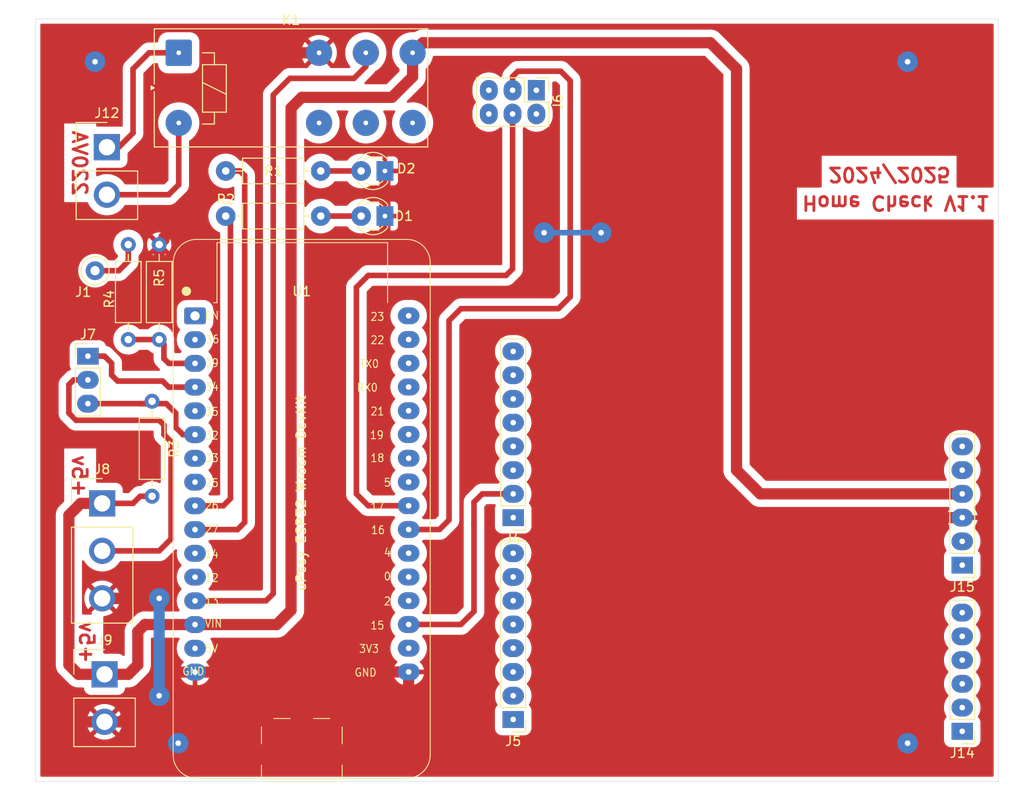
<source format=kicad_pcb>
(kicad_pcb (version 20241229) (generator "pcbnew") (generator_version "9.0")
  (title_block (title "Home Checker") (date "2024-12-28") (rev "0.1"))
  (layers (0 "F.Cu" signal) (2 "B.Cu" signal) (13 "F.Paste" user) (15 "B.Paste" user) (5 "F.SilkS" user "F.Silkscreen") (7 "B.SilkS" user "B.Silkscreen") (1 "F.Mask" user) (3 "B.Mask" user) (25 "Edge.Cuts" user))
  (net 0 "")
  (net 1 "GND")
  (net 2 "Net-(D1-A)")
  (net 3 "Net-(D2-A)")
  (net 21 "Net-(J7-Pin_3)")
  (net 22 "Net-(J7-Pin_2)")
  (net 23 "Net-(J7-Pin_1)")
  (net 24 "+5V")
  (net 25 "Net-(J12-Pin_1)")
  (net 26 "Net-(J12-Pin_2)")
  (net 43 "Net-(U1-GPIO27)")
  (net 49 "Net-(J1-Pin_1)")
  (net 56 "Net-(U1-GPIO26)")
  (net 59 "Net-(J6-Pin_4)")
  (net 60 "Net-(J6-Pin_3)")
  (net 63 "Net-(J4-Pin_2)")
  (net 64 "Net-(U1-GPIO13)")
  (net 69 "Bat")
  (footprint "LED_THT:LED_D3.0mm" (layer "F.Cu") (at 97.374 80.658 180)
    (property "Reference" "D1" (at -2.032 0 0) (layer "F.SilkS"))
    (property "Value" "LED")
    (fp_line (start -0.29 1.08) (end -0.29 1.236) (stroke (width 0.12)) (layer "F.SilkS"))
    (fp_line (start -0.29 -1.236) (end -0.29 -1.08) (stroke (width 0.12)) (layer "F.SilkS"))
    (fp_arc (start 2.941397 1.080061) (mid 1.365624 1.987701) (end -0.29 1.235516) (stroke (width 0.12)) (layer "F.SilkS"))
    (fp_arc (start 2.31091 1.080049) (mid 1.269965 1.5) (end 0.229039 1.08) (stroke (width 0.12)) (layer "F.SilkS"))
    (fp_arc (start 0.229039 -1.08) (mid 1.269965 -1.5) (end 2.31091 -1.080049) (stroke (width 0.12)) (layer "F.SilkS"))
    (fp_arc (start -0.29 -1.235516) (mid 1.365624 -1.987701) (end 2.941397 -1.080061) (stroke (width 0.12)) (layer "F.SilkS"))
    (pad "1" thru_hole rect (at 0 0 180) (size 1.8 2.1) (drill 0.5) (layers "*.Cu" "*.Mask") (net 1 "GND"))
    (pad "2" thru_hole circle (at 2.54 0 180) (size 2.1 2.1) (drill 0.8) (layers "*.Cu" "*.Mask") (net 2 "Net-(D1-A)"))
  )
  (footprint "Connector_Samtec_HPM_THT:Samtec_HPM-03-01-x-S_Straight_1x03_Pitch5.08mm" (layer "F.Cu") (at 67.148 111.392)
    (property "Reference" "J8" (at 0 -3.65 0) (layer "F.SilkS"))
    (property "Value" "T° sensor")
    (fp_line (start -3.285 -2.65) (end 0 -2.65) (stroke (width 0.12)) (layer "F.SilkS"))
    (fp_line (start -3.285 0) (end -3.285 -2.65) (stroke (width 0.12)) (layer "F.SilkS"))
    (fp_line (start -3.285 2.54) (end -3.285 12.81) (stroke (width 0.12)) (layer "F.SilkS"))
    (fp_line (start -3.285 2.54) (end 3.285 2.54) (stroke (width 0.12)) (layer "F.SilkS"))
    (fp_line (start -3.285 12.81) (end 3.285 12.81) (stroke (width 0.12)) (layer "F.SilkS"))
    (fp_line (start 3.285 2.54) (end 3.285 12.81) (stroke (width 0.12)) (layer "F.SilkS"))
    (pad "1" thru_hole rect (at 0 0) (size 2.8 2.8) (drill 1.75) (layers "*.Cu" "*.Mask") (net 24 "+5V"))
    (pad "2" thru_hole circle (at 0 5.08) (size 2.8 2.8) (drill 1.75) (layers "*.Cu" "*.Mask") (net 22 "Net-(J7-Pin_2)"))
    (pad "3" thru_hole circle (at 0 10.16) (size 2.8 2.8) (drill 1.75) (layers "*.Cu" "*.Mask") (net 1 "GND"))
  )
  (footprint "Resistor_THT:R_Axial_DIN0207_L6.3mm_D2.5mm_P10.16mm_Horizontal" (layer "F.Cu") (at 80.356 80.658)
    (property "Reference" "R2" (at 0 -1.778 0) (layer "F.SilkS"))
    (property "Value" "600")
    (fp_line (start 1.04 0) (end 1.81 0) (stroke (width 0.12)) (layer "F.SilkS"))
    (fp_line (start 1.81 -1.37) (end 1.81 1.37) (stroke (width 0.12)) (layer "F.SilkS"))
    (fp_line (start 1.81 1.37) (end 8.35 1.37) (stroke (width 0.12)) (layer "F.SilkS"))
    (fp_line (start 8.35 -1.37) (end 1.81 -1.37) (stroke (width 0.12)) (layer "F.SilkS"))
    (fp_line (start 8.35 1.37) (end 8.35 -1.37) (stroke (width 0.12)) (layer "F.SilkS"))
    (fp_line (start 9.12 0) (end 8.35 0) (stroke (width 0.12)) (layer "F.SilkS"))
    (pad "1" thru_hole circle (at 0 0) (size 2.1 2.1) (drill 0.8) (layers "*.Cu" "*.Mask") (net 56 "Net-(U1-GPIO26)"))
    (pad "2" thru_hole circle (at 10.16 0) (size 2.1 2.1) (drill 0.8) (layers "*.Cu" "*.Mask") (net 2 "Net-(D1-A)"))
  )
  (footprint "Hro-Library:PinHeader_1x08_P2.54mm_Vertical" (layer "F.Cu") (at 111.09 112.916 180)
    (property "Reference" "J4" (at 0 -2.33 0) (layer "F.SilkS"))
    (property "Value" "J15")
    (fp_line (start 1.33 1.27) (end 1.33 19.11) (stroke (width 0.12)) (layer "F.SilkS"))
    (fp_line (start -1.33 19.11) (end 1.33 19.11) (stroke (width 0.12)) (layer "F.SilkS"))
    (fp_line (start -1.33 1.27) (end 1.33 1.27) (stroke (width 0.12)) (layer "F.SilkS"))
    (fp_line (start -1.33 1.27) (end -1.33 19.11) (stroke (width 0.12)) (layer "F.SilkS"))
    (fp_line (start -1.33 0) (end -1.33 -1.33) (stroke (width 0.12)) (layer "F.SilkS"))
    (fp_line (start -1.33 -1.33) (end 0 -1.33) (stroke (width 0.12)) (layer "F.SilkS"))
    (pad "1" thru_hole rect (at 0 0 180) (size 2.3 1.8) (drill 0.6) (layers "*.Cu" "*.Mask"))
    (pad "2" thru_hole oval (at 0 2.54 180) (size 2.3 1.9) (drill 0.6) (layers "*.Cu" "*.Mask") (net 63 "Net-(J4-Pin_2)"))
    (pad "3" thru_hole oval (at 0 5.08 180) (size 2.3 1.9) (drill 0.6) (layers "*.Cu" "*.Mask"))
    (pad "4" thru_hole oval (at 0 7.62 180) (size 2.3 1.9) (drill 0.6) (layers "*.Cu" "*.Mask"))
    (pad "5" thru_hole oval (at 0 10.16 180) (size 2.3 1.9) (drill 0.6) (layers "*.Cu" "*.Mask"))
    (pad "6" thru_hole oval (at 0 12.7 180) (size 2.3 1.9) (drill 0.6) (layers "*.Cu" "*.Mask"))
    (pad "7" thru_hole oval (at 0 15.24 180) (size 2.3 1.9) (drill 0.6) (layers "*.Cu" "*.Mask"))
    (pad "8" thru_hole oval (at 0 17.78 180) (size 2.3 1.9) (drill 0.6) (layers "*.Cu" "*.Mask"))
  )
  (footprint "Resistor_THT:R_Axial_DIN0207_L6.3mm_D2.5mm_P10.16mm_Horizontal" (layer "F.Cu") (at 80.356 75.832)
    (property "Reference" "R1" (at 5.08 0 0) (layer "F.SilkS"))
    (property "Value" "600")
    (fp_line (start 1.04 0) (end 1.81 0) (stroke (width 0.12)) (layer "F.SilkS"))
    (fp_line (start 1.81 -1.37) (end 1.81 1.37) (stroke (width 0.12)) (layer "F.SilkS"))
    (fp_line (start 1.81 1.37) (end 8.35 1.37) (stroke (width 0.12)) (layer "F.SilkS"))
    (fp_line (start 8.35 -1.37) (end 1.81 -1.37) (stroke (width 0.12)) (layer "F.SilkS"))
    (fp_line (start 8.35 1.37) (end 8.35 -1.37) (stroke (width 0.12)) (layer "F.SilkS"))
    (fp_line (start 9.12 0) (end 8.35 0) (stroke (width 0.12)) (layer "F.SilkS"))
    (pad "1" thru_hole circle (at 0 0) (size 2.1 2.1) (drill 0.8) (layers "*.Cu" "*.Mask") (net 43 "Net-(U1-GPIO27)"))
    (pad "2" thru_hole circle (at 10.16 0) (size 2.1 2.1) (drill 0.8) (layers "*.Cu" "*.Mask") (net 3 "Net-(D2-A)"))
  )
  (footprint "Resistor_THT:R_Axial_DIN0207_L6.3mm_D2.5mm_P10.16mm_Horizontal" (layer "F.Cu") (at 73.244 83.706 -90)
    (property "Reference" "R5" (at 3.556 0 90) (layer "F.SilkS"))
    (property "Value" "33k")
    (fp_line (start 1.81 1.37) (end 8.35 1.37) (stroke (width 0.12)) (layer "F.SilkS"))
    (fp_line (start 8.35 1.37) (end 8.35 -1.37) (stroke (width 0.12)) (layer "F.SilkS"))
    (fp_line (start 1.04 0) (end 1.81 0) (stroke (width 0.12)) (layer "F.SilkS"))
    (fp_line (start 9.12 0) (end 8.35 0) (stroke (width 0.12)) (layer "F.SilkS"))
    (fp_line (start 1.81 -1.37) (end 1.81 1.37) (stroke (width 0.12)) (layer "F.SilkS"))
    (fp_line (start 8.35 -1.37) (end 1.81 -1.37) (stroke (width 0.12)) (layer "F.SilkS"))
    (pad "1" thru_hole circle (at 0 0 270) (size 1.6 1.6) (drill 0.8) (layers "*.Cu" "*.Mask") (net 1 "GND"))
    (pad "2" thru_hole oval (at 10.16 0 270) (size 1.6 1.6) (drill 0.8) (layers "*.Cu" "*.Mask") (net 69 "Bat"))
  )
  (footprint "Hro-Library:PinHeader_1x06_P2.54mm_Vertical" (layer "F.Cu") (at 159.096 117.996 180)
    (property "Reference" "J15" (at 0 -2.33 0) (layer "F.SilkS"))
    (property "Value" "J13")
    (fp_line (start 1.33 1.27) (end 1.33 14.03) (stroke (width 0.12)) (layer "F.SilkS"))
    (fp_line (start -1.33 14.03) (end 1.33 14.03) (stroke (width 0.12)) (layer "F.SilkS"))
    (fp_line (start -1.33 1.27) (end 1.33 1.27) (stroke (width 0.12)) (layer "F.SilkS"))
    (fp_line (start -1.33 1.27) (end -1.33 14.03) (stroke (width 0.12)) (layer "F.SilkS"))
    (fp_line (start -1.33 0) (end -1.33 -1.33) (stroke (width 0.12)) (layer "F.SilkS"))
    (fp_line (start -1.33 -1.33) (end 0 -1.33) (stroke (width 0.12)) (layer "F.SilkS"))
    (pad "1" thru_hole rect (at 0 0 180) (size 2.3 1.8) (drill 0.6) (layers "*.Cu" "*.Mask"))
    (pad "2" thru_hole oval (at 0 2.54 180) (size 2.3 1.9) (drill 0.6) (layers "*.Cu" "*.Mask"))
    (pad "3" thru_hole oval (at 0 5.08 180) (size 2.3 1.9) (drill 0.6) (layers "*.Cu" "*.Mask") (net 1 "GND"))
    (pad "4" thru_hole oval (at 0 7.62 180) (size 2.3 1.9) (drill 0.6) (layers "*.Cu" "*.Mask") (net 24 "+5V"))
    (pad "5" thru_hole oval (at 0 10.16 180) (size 2.3 1.9) (drill 0.6) (layers "*.Cu" "*.Mask"))
    (pad "6" thru_hole oval (at 0 12.7 180) (size 2.3 1.9) (drill 0.6) (layers "*.Cu" "*.Mask"))
  )
  (footprint "TestPoint:TestPoint_Loop_D1.80mm_Drill1.0mm_Beaded" (layer "F.Cu") (at 66.386 86.5)
    (property "Reference" "J1" (at -1.27 2.286 0) (layer "F.SilkS"))
    (property "Value" "V Bat")
    (fp_circle (center 0 0) (end 1.5 0) (stroke (width 0.12)) (fill no) (layer "F.SilkS"))
    (pad "1" thru_hole circle (at 0 0) (size 2 2) (drill 1) (layers "*.Cu" "*.Mask") (net 49 "Net-(J1-Pin_1)"))
  )
  (footprint "Resistor_THT:R_Axial_DIN0207_L6.3mm_D2.5mm_P10.16mm_Horizontal" (layer "F.Cu") (at 69.942 93.866 90)
    (property "Reference" "R4" (at 4.318 -2.032 90) (layer "F.SilkS"))
    (property "Value" "100k")
    (fp_line (start 8.35 -1.37) (end 1.81 -1.37) (stroke (width 0.12)) (layer "F.SilkS"))
    (fp_line (start 1.81 -1.37) (end 1.81 1.37) (stroke (width 0.12)) (layer "F.SilkS"))
    (fp_line (start 9.12 0) (end 8.35 0) (stroke (width 0.12)) (layer "F.SilkS"))
    (fp_line (start 1.04 0) (end 1.81 0) (stroke (width 0.12)) (layer "F.SilkS"))
    (fp_line (start 8.35 1.37) (end 8.35 -1.37) (stroke (width 0.12)) (layer "F.SilkS"))
    (fp_line (start 1.81 1.37) (end 8.35 1.37) (stroke (width 0.12)) (layer "F.SilkS"))
    (pad "1" thru_hole circle (at 0 0 90) (size 1.6 1.6) (drill 0.8) (layers "*.Cu" "*.Mask") (net 69 "Bat"))
    (pad "2" thru_hole oval (at 10.16 0 90) (size 1.6 1.6) (drill 0.8) (layers "*.Cu" "*.Mask") (net 49 "Net-(J1-Pin_1)"))
  )
  (footprint "Connector_Samtec_HPM_THT:Samtec_HPM-02-01-x-S_Straight_1x02_Pitch5.08mm" (layer "F.Cu") (at 67.656 73.292)
    (property "Reference" "J12" (at 0 -3.65 0) (layer "F.SilkS"))
    (property "Value" "220va")
    (fp_line (start -3.285 -2.65) (end 0 -2.65) (stroke (width 0.12)) (layer "F.SilkS"))
    (fp_line (start -3.285 0) (end -3.285 -2.65) (stroke (width 0.12)) (layer "F.SilkS"))
    (fp_line (start -3.285 2.54) (end -3.285 7.73) (stroke (width 0.12)) (layer "F.SilkS"))
    (fp_line (start -3.285 2.54) (end 3.285 2.54) (stroke (width 0.12)) (layer "F.SilkS"))
    (fp_line (start -3.285 7.73) (end 3.285 7.73) (stroke (width 0.12)) (layer "F.SilkS"))
    (fp_line (start 3.285 2.54) (end 3.285 7.73) (stroke (width 0.12)) (layer "F.SilkS"))
    (pad "1" thru_hole rect (at 0 0) (size 2.8 2.8) (drill 1.75) (layers "*.Cu" "*.Mask") (net 25 "Net-(J12-Pin_1)"))
    (pad "2" thru_hole circle (at 0 5.08) (size 2.8 2.8) (drill 1.75) (layers "*.Cu" "*.Mask") (net 26 "Net-(J12-Pin_2)"))
  )
  (footprint "Connector_PinHeader_2.54mm:PinHeader_2x03_P2.54mm_Vertical" (layer "F.Cu") (at 113.5646 67.196 -90)
    (property "Reference" "J6" (at 1.27 -2.33 90) (layer "F.SilkS"))
    (property "Value" "UART")
    (fp_line (start -1.33 6.41) (end 3.87 6.41) (stroke (width 0.12)) (layer "F.SilkS"))
    (fp_line (start -1.33 1.27) (end -1.33 6.41) (stroke (width 0.12)) (layer "F.SilkS"))
    (fp_line (start -1.33 1.27) (end 1.27 1.27) (stroke (width 0.12)) (layer "F.SilkS"))
    (fp_line (start 1.27 1.27) (end 1.27 -1.33) (stroke (width 0.12)) (layer "F.SilkS"))
    (fp_line (start -1.33 0) (end -1.33 -1.33) (stroke (width 0.12)) (layer "F.SilkS"))
    (fp_line (start -1.33 -1.33) (end 0 -1.33) (stroke (width 0.12)) (layer "F.SilkS"))
    (fp_line (start 1.27 -1.33) (end 3.87 -1.33) (stroke (width 0.12)) (layer "F.SilkS"))
    (fp_line (start 3.87 -1.33) (end 3.87 6.41) (stroke (width 0.12)) (layer "F.SilkS"))
    (pad "1" thru_hole rect (at 0 0 270) (size 2.2 1.8) (drill 0.6) (layers "*.Cu" "*.Mask"))
    (pad "2" thru_hole oval (at 2.54 0 270) (size 2.2 1.9) (drill 0.6) (layers "*.Cu" "*.Mask"))
    (pad "3" thru_hole oval (at 0 2.54 270) (size 2.2 1.9) (drill 0.6) (layers "*.Cu" "*.Mask") (net 60 "Net-(J6-Pin_3)"))
    (pad "4" thru_hole oval (at 2.54 2.54 270) (size 2.2 1.9) (drill 0.6) (layers "*.Cu" "*.Mask") (net 59 "Net-(J6-Pin_4)"))
    (pad "5" thru_hole oval (at 0 5.08 270) (size 2.2 1.9) (drill 0.6) (layers "*.Cu" "*.Mask"))
    (pad "6" thru_hole oval (at 2.54 5.08 270) (size 2.2 1.9) (drill 0.6) (layers "*.Cu" "*.Mask"))
  )
  (footprint "Hro-Library:PinHeader_1x06_P2.54mm_Vertical" (layer "F.Cu") (at 159.096 135.776 180)
    (property "Reference" "J14" (at 0 -2.33 0) (layer "F.SilkS"))
    (property "Value" "J14")
    (fp_line (start 1.33 1.27) (end 1.33 14.03) (stroke (width 0.12)) (layer "F.SilkS"))
    (fp_line (start -1.33 14.03) (end 1.33 14.03) (stroke (width 0.12)) (layer "F.SilkS"))
    (fp_line (start -1.33 1.27) (end 1.33 1.27) (stroke (width 0.12)) (layer "F.SilkS"))
    (fp_line (start -1.33 1.27) (end -1.33 14.03) (stroke (width 0.12)) (layer "F.SilkS"))
    (fp_line (start -1.33 0) (end -1.33 -1.33) (stroke (width 0.12)) (layer "F.SilkS"))
    (fp_line (start -1.33 -1.33) (end 0 -1.33) (stroke (width 0.12)) (layer "F.SilkS"))
    (pad "1" thru_hole rect (at 0 0 180) (size 2.3 1.8) (drill 0.6) (layers "*.Cu" "*.Mask"))
    (pad "2" thru_hole oval (at 0 2.54 180) (size 2.3 1.9) (drill 0.6) (layers "*.Cu" "*.Mask"))
    (pad "3" thru_hole oval (at 0 5.08 180) (size 2.3 1.9) (drill 0.6) (layers "*.Cu" "*.Mask"))
    (pad "4" thru_hole oval (at 0 7.62 180) (size 2.3 1.9) (drill 0.6) (layers "*.Cu" "*.Mask"))
    (pad "5" thru_hole oval (at 0 10.16 180) (size 2.3 1.9) (drill 0.6) (layers "*.Cu" "*.Mask"))
    (pad "6" thru_hole oval (at 0 12.7 180) (size 2.3 1.9) (drill 0.6) (layers "*.Cu" "*.Mask"))
  )
  (footprint "Relay_THT:Relay_DPDT_Finder_40.52" (layer "F.Cu") (at 75.336205 63.192)
    (property "Reference" "K1" (at 12 -3.5 0) (layer "F.SilkS"))
    (property "Value" "FINDER-40.52")
    (fp_line (start -2.62 -2.57) (end 26.62 -2.57) (stroke (width 0.12)) (layer "F.SilkS"))
    (fp_line (start -2.62 3.35) (end -2.62 -2.57) (stroke (width 0.12)) (layer "F.SilkS"))
    (fp_line (start -2.62 4.15) (end -2.62 10.07) (stroke (width 0.12)) (layer "F.SilkS"))
    (fp_line (start 2.54 0) (end 3.81 0) (stroke (width 0.12)) (layer "F.SilkS"))
    (fp_line (start 2.54 1.27) (end 3.81 1.27) (stroke (width 0.12)) (layer "F.SilkS"))
    (fp_line (start 2.54 3.175) (end 5.08 4.445) (stroke (width 0.12)) (layer "F.SilkS"))
    (fp_line (start 2.54 6.35) (end 2.54 1.27) (stroke (width 0.12)) (layer "F.SilkS"))
    (fp_line (start 3.81 0) (end 3.81 1.27) (stroke (width 0.12)) (layer "F.SilkS"))
    (fp_line (start 3.81 1.27) (end 5.08 1.27) (stroke (width 0.12)) (layer "F.SilkS"))
    (fp_line (start 3.81 6.35) (end 3.81 7.62) (stroke (width 0.12)) (layer "F.SilkS"))
    (fp_line (start 3.81 7.62) (end 2.54 7.62) (stroke (width 0.12)) (layer "F.SilkS"))
    (fp_line (start 5.08 1.27) (end 5.08 6.35) (stroke (width 0.12)) (layer "F.SilkS"))
    (fp_line (start 5.08 6.35) (end 2.54 6.35) (stroke (width 0.12)) (layer "F.SilkS"))
    (fp_line (start 26.62 -0.6) (end 26.62 -2.57) (stroke (width 0.12)) (layer "F.SilkS"))
    (fp_line (start 26.62 0.6) (end 26.62 6.9) (stroke (width 0.12)) (layer "F.SilkS"))
    (fp_line (start 26.62 10.07) (end -2.62 10.07) (stroke (width 0.12)) (layer "F.SilkS"))
    (fp_line (start 26.62 10.07) (end 26.62 8.1) (stroke (width 0.12)) (layer "F.SilkS"))
    (fp_poly (pts (xy -2.62 3.75) (xy -2.959411 3.95) (xy -2.959411 3.55) (xy -2.62 3.75)) (stroke (width 0.12)) (fill yes) (layer "F.SilkS"))
    (pad "11" thru_hole circle (at 20 0) (size 2.8 2.8) (drill 0.5) (layers "*.Cu" "*.Mask") (net 64 "Net-(U1-GPIO13)"))
    (pad "12" thru_hole circle (at 15 0) (size 2.8 2.8) (drill 0.5) (layers "*.Cu" "*.Mask") (net 1 "GND"))
    (pad "14" thru_hole circle (at 25 0) (size 2.8 2.8) (drill 0.5) (layers "*.Cu" "*.Mask") (net 24 "+5V"))
    (pad "21" thru_hole circle (at 20 7.5) (size 2.8 2.8) (drill 0.5) (layers "*.Cu" "*.Mask"))
    (pad "22" thru_hole circle (at 15 7.5) (size 2.8 2.8) (drill 0.5) (layers "*.Cu" "*.Mask"))
    (pad "24" thru_hole circle (at 25 7.5) (size 2.8 2.8) (drill 0.5) (layers "*.Cu" "*.Mask"))
    (pad "A1" thru_hole roundrect (at 0 0) (size 2.8 2.8) (drill 0.5) (layers "*.Cu" "*.Mask") (roundrect_rratio 0.08928571429) (net 25 "Net-(J12-Pin_1)"))
    (pad "A2" thru_hole circle (at 0 7.5) (size 2.8 2.8) (drill 0.5) (layers "*.Cu" "*.Mask") (net 26 "Net-(J12-Pin_2)"))
  )
  (footprint "Resistor_THT:R_Axial_DIN0207_L6.3mm_D2.5mm_P10.16mm_Horizontal" (layer "F.Cu") (at 72.482 100.47 -90)
    (property "Reference" "R3" (at 5.08 -2.37 90) (layer "F.SilkS"))
    (property "Value" "4,7k")
    (fp_line (start 1.81 1.37) (end 8.35 1.37) (stroke (width 0.12)) (layer "F.SilkS"))
    (fp_line (start 8.35 1.37) (end 8.35 -1.37) (stroke (width 0.12)) (layer "F.SilkS"))
    (fp_line (start 1.04 0) (end 1.81 0) (stroke (width 0.12)) (layer "F.SilkS"))
    (fp_line (start 9.12 0) (end 8.35 0) (stroke (width 0.12)) (layer "F.SilkS"))
    (fp_line (start 1.81 -1.37) (end 1.81 1.37) (stroke (width 0.12)) (layer "F.SilkS"))
    (fp_line (start 8.35 -1.37) (end 1.81 -1.37) (stroke (width 0.12)) (layer "F.SilkS"))
    (pad "1" thru_hole circle (at 0 0 270) (size 1.6 1.6) (drill 0.8) (layers "*.Cu" "*.Mask") (net 21 "Net-(J7-Pin_3)"))
    (pad "2" thru_hole oval (at 10.16 0 270) (size 1.6 1.6) (drill 0.8) (layers "*.Cu" "*.Mask") (net 24 "+5V"))
  )
  (footprint "uPesy Boards:uPesy_ESP32_Wroom_DevKit" (layer "F.Cu") (at 88.4186 110.3122)
    (property "Reference" "U1" (at 0.0635 -21.59 0) (layer "F.SilkS"))
    (property "Value" "uPesy_ESP32_Wroom_DevKit")
    (fp_line (start -13.6782 27.9944) (end -13.6782 -24.6556) (stroke (width 0.1)) (layer "F.SilkS"))
    (fp_line (start -9.0482 -27.1556) (end -11.1782 -27.1556) (stroke (width 0.1)) (layer "F.SilkS"))
    (fp_line (start -9.0482 -27.1556) (end 11.3118 -27.1556) (stroke (width 0.1)) (layer "F.SilkS"))
    (fp_line (start -8.993 -26.8119) (end -8.993 -20.3929) (stroke (width 0.1)) (layer "F.SilkS"))
    (fp_line (start -8.993 -26.8119) (end 9.247 -26.8119) (stroke (width 0.1)) (layer "F.SilkS"))
    (fp_line (start -8.993 -20.3929) (end -9.373 -20.3929) (stroke (width 0.1)) (layer "F.SilkS"))
    (fp_line (start -4.2415 26.8111) (end -4.2415 24.9911) (stroke (width 0.1)) (layer "F.SilkS"))
    (fp_line (start -4.2415 30.4111) (end -4.2415 29.0711) (stroke (width 0.1)) (layer "F.SilkS"))
    (fp_line (start -2.9215 24.0911) (end -1.1715 24.0911) (stroke (width 0.1)) (layer "F.SilkS"))
    (fp_line (start 1.3185 24.0911) (end 3.0685 24.0911) (stroke (width 0.1)) (layer "F.SilkS"))
    (fp_line (start 4.3885 26.8111) (end 4.3885 24.9911) (stroke (width 0.1)) (layer "F.SilkS"))
    (fp_line (start 4.3885 30.3511) (end 4.3885 29.0711) (stroke (width 0.1)) (layer "F.SilkS"))
    (fp_line (start 4.3885 30.5411) (end -4.2415 30.5411) (stroke (width 0.1)) (layer "F.SilkS"))
    (fp_line (start 9.247 -26.8119) (end 9.247 -20.3929) (stroke (width 0.1)) (layer "F.SilkS"))
    (fp_line (start 11.3018 30.4844) (end -11.2182 30.4844) (stroke (width 0.1)) (layer "F.SilkS"))
    (fp_line (start 13.8018 -24.6656) (end 13.8018 27.9844) (stroke (width 0.1)) (layer "F.SilkS"))
    (fp_arc (start -13.6782 -24.6556) (mid -12.945967 -26.423367) (end -11.1782 -27.1556) (stroke (width 0.1)) (layer "F.SilkS"))
    (fp_arc (start -11.218186 30.48422) (mid -12.959466 29.744463) (end -13.678201 27.9944) (stroke (width 0.1)) (layer "F.SilkS"))
    (fp_arc (start 11.3118 -27.1556) (mid 13.072496 -26.426296) (end 13.8018 -24.6656) (stroke (width 0.1)) (layer "F.SilkS"))
    (fp_arc (start 13.8018 27.9844) (mid 13.069567 29.752167) (end 11.3018 30.4844) (stroke (width 0.1)) (layer "F.SilkS"))
    (fp_circle (center -12.2682 -21.6154) (end -12.0182 -21.6154) (stroke (width 0.5)) (fill no) (layer "F.SilkS"))
    (fp_text user "5V" (at -10.3505 16.6121 0) (layer "F.SilkS") (effects (font (size 0.85 0.765) (thickness 0.10625)) (justify left)))
    (fp_text user "21" (at 8.9535 -8.763 0) (layer "F.SilkS") (effects (font (size 0.85 0.765) (thickness 0.10625)) (justify right)))
    (fp_text user "36" (at -10.287 -16.4719 0) (layer "F.SilkS") (effects (font (size 0.85 0.765) (thickness 0.10625)) (justify left)))
    (fp_text user "34" (at -10.3505 -11.3919 0) (layer "F.SilkS") (effects (font (size 0.85 0.765) (thickness 0.10625)) (justify left)))
    (fp_text user "2" (at 9.652 11.557 0) (layer "F.SilkS") (effects (font (size 0.85 0.765) (thickness 0.10625)) (justify right)))
    (fp_text user "14" (at -10.3505 6.5151 0) (layer "F.SilkS") (effects (font (size 0.85 0.765) (thickness 0.10625)) (justify left)))
    (fp_text user "25" (at -10.3505 -1.1049 0) (layer "F.SilkS") (effects (font (size 0.85 0.765) (thickness 0.10625)) (justify left)))
    (fp_text user "19" (at 8.89 -6.223 0) (layer "F.SilkS") (effects (font (size 0.85 0.765) (thickness 0.10625)) (justify right)))
    (fp_text user "39" (at -10.3505 -13.9319 0) (layer "F.SilkS") (effects (font (size 0.85 0.765) (thickness 0.10625)) (justify left)))
    (fp_text user "3V3" (at 8.382 16.637 0) (layer "F.SilkS") (effects (font (size 0.85 0.765) (thickness 0.10625)) (justify right)))
    (fp_text user "0" (at 9.652 8.89 0) (layer "F.SilkS") (effects (font (size 0.85 0.765) (thickness 0.10625)) (justify right)))
    (fp_text user "32" (at -10.3505 -6.1849 0) (layer "F.SilkS") (effects (font (size 0.85 0.765) (thickness 0.10625)) (justify left)))
    (fp_text user "33" (at -10.3505 -3.7719 0) (layer "F.SilkS") (effects (font (size 0.85 0.765) (thickness 0.10625)) (justify left)))
    (fp_text user "EN" (at -10.3505 -19.0119 0) (layer "F.SilkS") (effects (font (size 0.85 0.765) (thickness 0.10625)) (justify left)))
    (fp_text user "12" (at -10.3505 9.0551 0) (layer "F.SilkS") (effects (font (size 0.85 0.765) (thickness 0.10625)) (justify left)))
    (fp_text user "RX0" (at 8.255 -11.303 0) (layer "F.SilkS") (effects (font (size 0.85 0.765) (thickness 0.10625)) (justify right)))
    (fp_text user "GND" (at -10.287 19.05 0) (layer "F.SilkS") (effects (font (size 0.85 0.765) (thickness 0.10625)) (justify right)))
    (fp_text user "15" (at 8.9535 14.1351 0) (layer "F.SilkS") (effects (font (size 0.85 0.765) (thickness 0.10625)) (justify right)))
    (fp_text user "uPesy ESP32 Wroom DevKit" (at 0 0 90) (layer "F.SilkS"))
    (fp_text user "17" (at 8.9535 1.397 0) (layer "F.SilkS") (effects (font (size 0.85 0.765) (thickness 0.10625)) (justify right)))
    (fp_text user "VIN" (at -10.3505 13.9441 0) (layer "F.SilkS") (effects (font (size 0.85 0.765) (thickness 0.10625)) (justify left)))
    (fp_text user "18" (at 8.9535 -3.7719 0) (layer "F.SilkS") (effects (font (size 0.85 0.765) (thickness 0.10625)) (justify right)))
    (fp_text user "5" (at 9.652 -1.143 0) (layer "F.SilkS") (effects (font (size 0.85 0.765) (thickness 0.10625)) (justify right)))
    (fp_text user "4" (at 9.652 6.35 0) (layer "F.SilkS") (effects (font (size 0.85 0.765) (thickness 0.10625)) (justify right)))
    (fp_text user "35" (at -10.3505 -8.7249 0) (layer "F.SilkS") (effects (font (size 0.85 0.765) (thickness 0.10625)) (justify left)))
    (fp_text user "23" (at 8.9535 -18.8849 0) (layer "F.SilkS") (effects (font (size 0.85 0.765) (thickness 0.10625)) (justify right)))
    (fp_text user "16" (at 9.017 3.937 0) (layer "F.SilkS") (effects (font (size 0.85 0.765) (thickness 0.10625)) (justify right)))
    (fp_text user "26" (at -10.3505 1.3081 0) (layer "F.SilkS") (effects (font (size 0.85 0.765) (thickness 0.10625)) (justify left)))
    (fp_text user "22" (at 8.9535 -16.383 0) (layer "F.SilkS") (effects (font (size 0.85 0.765) (thickness 0.10625)) (justify right)))
    (fp_text user "27" (at -10.3505 3.8481 0) (layer "F.SilkS") (effects (font (size 0.85 0.765) (thickness 0.10625)) (justify left)))
    (fp_text user "13" (at -10.3505 11.5311 0) (layer "F.SilkS") (effects (font (size 0.85 0.765) (thickness 0.10625)) (justify left)))
    (fp_text user "TX0" (at 8.382 -13.843 0) (layer "F.SilkS") (effects (font (size 0.85 0.765) (thickness 0.10625)) (justify right)))
    (fp_text user "GND" (at 8.128 19.177 0) (layer "F.SilkS") (effects (font (size 0.85 0.765) (thickness 0.10625)) (justify right)))
    (pad "1" thru_hole roundrect (at -11.343 -18.9741 270) (size 1.8 2.3) (drill 1) (layers "*.Cu" "*.Mask") (roundrect_rratio 0.1470588235))
    (pad "2" thru_hole oval (at -11.343 -16.4341 270) (size 1.8 2.3) (drill 0.6) (layers "*.Cu" "*.Mask"))
    (pad "3" thru_hole oval (at -11.343 -13.8941 270) (size 1.8 2.3) (drill 0.6) (layers "*.Cu" "*.Mask") (net 69 "Bat"))
    (pad "4" thru_hole oval (at -11.343 -11.3541 270) (size 1.8 2.3) (drill 0.6) (layers "*.Cu" "*.Mask") (net 23 "Net-(J7-Pin_1)"))
    (pad "5" thru_hole oval (at -11.343 -8.8141 270) (size 1.8 2.3) (drill 0.6) (layers "*.Cu" "*.Mask"))
    (pad "6" thru_hole oval (at -11.343 -6.2741 270) (size 1.8 2.3) (drill 0.6) (layers "*.Cu" "*.Mask") (net 21 "Net-(J7-Pin_3)"))
    (pad "7" thru_hole oval (at -11.343 -3.7341 270) (size 1.8 2.3) (drill 0.6) (layers "*.Cu" "*.Mask"))
    (pad "8" thru_hole oval (at -11.343 -1.1941 270) (size 1.8 2.3) (drill 0.6) (layers "*.Cu" "*.Mask"))
    (pad "9" thru_hole oval (at -11.343 1.3459 270) (size 1.8 2.3) (drill 0.6) (layers "*.Cu" "*.Mask") (net 56 "Net-(U1-GPIO26)"))
    (pad "10" thru_hole oval (at -11.343 3.8859 270) (size 1.8 2.3) (drill 0.6) (layers "*.Cu" "*.Mask") (net 43 "Net-(U1-GPIO27)"))
    (pad "11" thru_hole oval (at -11.343 6.4259 270) (size 1.8 2.3) (drill 0.6) (layers "*.Cu" "*.Mask"))
    (pad "12" thru_hole oval (at -11.343 8.9659 270) (size 1.8 2.3) (drill 0.6) (layers "*.Cu" "*.Mask"))
    (pad "13" thru_hole oval (at -11.343 11.5059 270) (size 1.8 2.3) (drill 0.6) (layers "*.Cu" "*.Mask") (net 64 "Net-(U1-GPIO13)"))
    (pad "14" thru_hole oval (at -11.343 14.0459 270) (size 1.8 2.3) (drill 0.6) (layers "*.Cu" "*.Mask") (net 24 "+5V"))
    (pad "15" thru_hole oval (at -11.343 16.5859 270) (size 1.8 2.3) (drill 0.6) (layers "*.Cu" "*.Mask"))
    (pad "16" thru_hole oval (at -11.343 19.1259 270) (size 1.8 2.3) (drill 0.6) (layers "*.Cu" "*.Mask") (net 1 "GND"))
    (pad "17" thru_hole oval (at 11.4954 -18.9862 270) (size 1.8 2.3) (drill 0.6) (layers "*.Cu" "*.Mask"))
    (pad "18" thru_hole oval (at 11.4954 -16.4462 270) (size 1.8 2.3) (drill 0.6) (layers "*.Cu" "*.Mask"))
    (pad "19" thru_hole oval (at 11.4954 -13.9062 270) (size 1.8 2.3) (drill 0.6) (layers "*.Cu" "*.Mask"))
    (pad "20" thru_hole oval (at 11.4954 -11.3662 270) (size 1.8 2.3) (drill 0.6) (layers "*.Cu" "*.Mask"))
    (pad "21" thru_hole oval (at 11.4954 -8.8262 270) (size 1.8 2.3) (drill 0.6) (layers "*.Cu" "*.Mask"))
    (pad "22" thru_hole oval (at 11.4954 -6.2862 270) (size 1.8 2.3) (drill 0.6) (layers "*.Cu" "*.Mask"))
    (pad "23" thru_hole oval (at 11.4954 -3.7462 270) (size 1.8 2.3) (drill 0.6) (layers "*.Cu" "*.Mask"))
    (pad "24" thru_hole oval (at 11.4954 -1.2062 270) (size 1.8 2.3) (drill 0.6) (layers "*.Cu" "*.Mask"))
    (pad "25" thru_hole oval (at 11.4954 1.3338 270) (size 1.8 2.3) (drill 0.6) (layers "*.Cu" "*.Mask") (net 59 "Net-(J6-Pin_4)"))
    (pad "26" thru_hole oval (at 11.4954 3.8738 270) (size 1.8 2.3) (drill 0.6) (layers "*.Cu" "*.Mask") (net 60 "Net-(J6-Pin_3)"))
    (pad "27" thru_hole oval (at 11.4954 6.4138 270) (size 1.8 2.3) (drill 0.6) (layers "*.Cu" "*.Mask"))
    (pad "28" thru_hole oval (at 11.4954 8.9538 270) (size 1.8 2.3) (drill 0.6) (layers "*.Cu" "*.Mask"))
    (pad "29" thru_hole oval (at 11.4954 11.4938 270) (size 1.8 2.3) (drill 0.6) (layers "*.Cu" "*.Mask"))
    (pad "30" thru_hole oval (at 11.4954 14.0338 270) (size 1.8 2.3) (drill 0.6) (layers "*.Cu" "*.Mask") (net 63 "Net-(J4-Pin_2)"))
    (pad "31" thru_hole oval (at 11.4954 16.5738 270) (size 1.8 2.3) (drill 0.6) (layers "*.Cu" "*.Mask"))
    (pad "32" thru_hole oval (at 11.4954 19.1138 270) (size 1.8 2.3) (drill 0.6) (layers "*.Cu" "*.Mask") (net 1 "GND"))
  )
  (footprint "LED_THT:LED_D3.0mm" (layer "F.Cu") (at 97.374 75.832 180)
    (property "Reference" "D2" (at -2.286 0.254 0) (layer "F.SilkS"))
    (property "Value" "LED")
    (fp_line (start -0.29 1.08) (end -0.29 1.236) (stroke (width 0.12)) (layer "F.SilkS"))
    (fp_line (start -0.29 -1.236) (end -0.29 -1.08) (stroke (width 0.12)) (layer "F.SilkS"))
    (fp_arc (start 2.941397 1.080061) (mid 1.365624 1.987701) (end -0.29 1.235516) (stroke (width 0.12)) (layer "F.SilkS"))
    (fp_arc (start 2.31091 1.080049) (mid 1.269965 1.5) (end 0.229039 1.08) (stroke (width 0.12)) (layer "F.SilkS"))
    (fp_arc (start 0.229039 -1.08) (mid 1.269965 -1.5) (end 2.31091 -1.080049) (stroke (width 0.12)) (layer "F.SilkS"))
    (fp_arc (start -0.29 -1.235516) (mid 1.365624 -1.987701) (end 2.941397 -1.080061) (stroke (width 0.12)) (layer "F.SilkS"))
    (pad "1" thru_hole rect (at 0 0 180) (size 1.8 2.1) (drill 0.5) (layers "*.Cu" "*.Mask") (net 1 "GND"))
    (pad "2" thru_hole circle (at 2.54 0 180) (size 2.1 2.1) (drill 0.8) (layers "*.Cu" "*.Mask") (net 3 "Net-(D2-A)"))
  )
  (footprint "Connector_Samtec_HPM_THT:Samtec_HPM-02-01-x-S_Straight_1x02_Pitch5.08mm" (layer "F.Cu") (at 67.402 129.68)
    (property "Reference" "J9" (at 0 -3.65 0) (layer "F.SilkS"))
    (property "Value" "Alim")
    (fp_line (start -3.285 -2.65) (end 0 -2.65) (stroke (width 0.12)) (layer "F.SilkS"))
    (fp_line (start -3.285 0) (end -3.285 -2.65) (stroke (width 0.12)) (layer "F.SilkS"))
    (fp_line (start -3.285 2.54) (end -3.285 7.73) (stroke (width 0.12)) (layer "F.SilkS"))
    (fp_line (start -3.285 2.54) (end 3.285 2.54) (stroke (width 0.12)) (layer "F.SilkS"))
    (fp_line (start -3.285 7.73) (end 3.285 7.73) (stroke (width 0.12)) (layer "F.SilkS"))
    (fp_line (start 3.285 2.54) (end 3.285 7.73) (stroke (width 0.12)) (layer "F.SilkS"))
    (pad "1" thru_hole rect (at 0 0) (size 2.8 2.8) (drill 1.75) (layers "*.Cu" "*.Mask") (net 24 "+5V"))
    (pad "2" thru_hole circle (at 0 5.08) (size 2.8 2.8) (drill 1.75) (layers "*.Cu" "*.Mask") (net 1 "GND"))
  )
  (footprint "Hro-Library:PinHeader_1x03_P2.54mm_Vertical" (layer "F.Cu") (at 65.624 95.644)
    (property "Reference" "J7" (at 0 -2.33 0) (layer "F.SilkS"))
    (property "Value" "Jumper" (hide yes))
    (fp_line (start -1.33 -1.33) (end 0 -1.33) (stroke (width 0.12)) (layer "F.SilkS"))
    (fp_line (start -1.33 0) (end -1.33 -1.33) (stroke (width 0.12)) (layer "F.SilkS"))
    (fp_line (start -1.33 1.27) (end -1.33 6.41) (stroke (width 0.12)) (layer "F.SilkS"))
    (fp_line (start -1.33 1.27) (end 1.33 1.27) (stroke (width 0.12)) (layer "F.SilkS"))
    (fp_line (start -1.33 6.41) (end 1.33 6.41) (stroke (width 0.12)) (layer "F.SilkS"))
    (fp_line (start 1.33 1.27) (end 1.33 6.41) (stroke (width 0.12)) (layer "F.SilkS"))
    (pad "1" thru_hole rect (at 0 0) (size 2.3 1.8) (drill 0.6) (layers "*.Cu" "*.Mask") (net 23 "Net-(J7-Pin_1)"))
    (pad "2" thru_hole oval (at 0 2.54) (size 2.3 1.9) (drill 0.6) (layers "*.Cu" "*.Mask") (net 22 "Net-(J7-Pin_2)"))
    (pad "3" thru_hole oval (at 0 5.08) (size 2.3 1.9) (drill 0.6) (layers "*.Cu" "*.Mask") (net 21 "Net-(J7-Pin_3)"))
  )
  (footprint "Hro-Library:PinHeader_1x08_P2.54mm_Vertical" (layer "F.Cu") (at 111.09 134.506 180)
    (property "Reference" "J5" (at 0 -2.33 0) (layer "F.SilkS"))
    (property "Value" "J16")
    (fp_line (start 1.33 1.27) (end 1.33 19.11) (stroke (width 0.12)) (layer "F.SilkS"))
    (fp_line (start -1.33 19.11) (end 1.33 19.11) (stroke (width 0.12)) (layer "F.SilkS"))
    (fp_line (start -1.33 1.27) (end 1.33 1.27) (stroke (width 0.12)) (layer "F.SilkS"))
    (fp_line (start -1.33 1.27) (end -1.33 19.11) (stroke (width 0.12)) (layer "F.SilkS"))
    (fp_line (start -1.33 0) (end -1.33 -1.33) (stroke (width 0.12)) (layer "F.SilkS"))
    (fp_line (start -1.33 -1.33) (end 0 -1.33) (stroke (width 0.12)) (layer "F.SilkS"))
    (pad "1" thru_hole rect (at 0 0 180) (size 2.3 1.8) (drill 0.6) (layers "*.Cu" "*.Mask"))
    (pad "2" thru_hole oval (at 0 2.54 180) (size 2.3 1.9) (drill 0.6) (layers "*.Cu" "*.Mask"))
    (pad "3" thru_hole oval (at 0 5.08 180) (size 2.3 1.9) (drill 0.6) (layers "*.Cu" "*.Mask"))
    (pad "4" thru_hole oval (at 0 7.62 180) (size 2.3 1.9) (drill 0.6) (layers "*.Cu" "*.Mask"))
    (pad "5" thru_hole oval (at 0 10.16 180) (size 2.3 1.9) (drill 0.6) (layers "*.Cu" "*.Mask"))
    (pad "6" thru_hole oval (at 0 12.7 180) (size 2.3 1.9) (drill 0.6) (layers "*.Cu" "*.Mask"))
    (pad "7" thru_hole oval (at 0 15.24 180) (size 2.3 1.9) (drill 0.6) (layers "*.Cu" "*.Mask"))
    (pad "8" thru_hole oval (at 0 17.78 180) (size 2.3 1.9) (drill 0.6) (layers "*.Cu" "*.Mask"))
  )
  (gr_rect (start 60.036 59.576) (end 162.955234 141.134617) (stroke (width 0.05)) (fill no) (layer "Edge.Cuts"))
  (gr_text "+5v" (at 64.608 128.664 -90) (layer "F.Cu") (effects (font (size 1.5 1.5) (thickness 0.3) (bold yes)) (justify left bottom mirror)))
  (gr_text "+5v" (at 63.846 110.884 -90) (layer "F.Cu") (effects (font (size 1.5 1.5) (thickness 0.3) (bold yes)) (justify left bottom mirror)))
  (gr_text "2024/2025" (at 144.618 75.324 180) (layer "F.Cu") (effects (font (size 1.5 1.5) (thickness 0.3) (bold yes)) (justify left bottom mirror)))
  (gr_text "Home Check V1.1" (at 141.824 78.372 180) (layer "F.Cu") (effects (font (size 1.5 1.5) (thickness 0.3) (bold yes)) (justify left bottom mirror)))
  (gr_text "220VA" (at 63.846 78.626 -90) (layer "F.Cu") (effects (font (size 1.5 1.5) (thickness 0.3) (bold yes)) (justify left bottom mirror)))
  (segment (start 72.228 90.818) (end 73.244 89.802) (width 1.2) (layer "F.Cu") (net 1))
  (segment (start 96.8781 129.426) (end 96.866 129.4381) (width 1.2) (layer "F.Cu") (net 1))
  (segment (start 80.864 63.132) (end 80.924 63.192) (width 1.2) (layer "F.Cu") (net 1))
  (segment (start 97.374 80.658) (end 97.374 75.832) (width 1.2) (layer "F.Cu") (net 1))
  (segment (start 119.726 114.948) (end 116.424 114.948) (width 1.2) (layer "F.Cu") (net 1))
  (segment (start 66.386 64.148) (end 66.386 61.354) (width 0.3) (layer "F.Cu") (net 1))
  (segment (start 97.374 83.96) (end 96.358 84.976) (width 1.2) (layer "F.Cu") (net 1))
  (segment (start 74.514 82.182) (end 77.816 82.182) (width 1.2) (layer "F.Cu") (net 1))
  (segment (start 153.254 114.948) (end 149.952 114.948) (width 1.2) (layer "F.Cu") (net 1))
  (segment (start 77.0756 129.4381) (end 90.262 129.4381) (width 1.2) (layer "F.Cu") (net 1))
  (segment (start 67.402 60.338) (end 152.746 60.338) (width 0.3) (layer "F.Cu") (net 1))
  (segment (start 92.04 84.976) (end 90.262 86.754) (width 1.2) (layer "F.Cu") (net 1))
  (segment (start 74.006 129.426) (end 73.244 130.188) (width 1.2) (layer "F.Cu") (net 1))
  (segment (start 62.068 88.278) (end 62.068 90.691) (width 0.3) (layer "F.Cu") (net 1))
  (segment (start 149.952 114.948) (end 145.634 114.948) (width 1.2) (layer "F.Cu") (net 1))
  (segment (start 62.068 90.691) (end 62.195 90.818) (width 0.3) (layer "F.Cu") (net 1))
  (segment (start 97.374 80.658) (end 97.374 83.96) (width 1.2) (layer "F.Cu") (net 1))
  (segment (start 69.18 134.76) (end 69.942 133.998) (width 1.2) (layer "F.Cu") (net 1))
  (segment (start 114.646 139.332) (end 101.184 139.332) (width 1.2) (layer "F.Cu") (net 1))
  (segment (start 153.254 137.046) (end 153.254 114.948) (width 0.3) (layer "F.Cu") (net 1))
  (segment (start 73.752 82.944) (end 74.514 82.182) (width 1.2) (layer "F.Cu") (net 1))
  (segment (start 80.924 63.192) (end 90.336205 63.192) (width 1.2) (layer "F.Cu") (net 1))
  (segment (start 63.846 134.76) (end 61.306 132.22) (width 1.2) (layer "F.Cu") (net 1))
  (segment (start 116.424 114.948) (end 116.424 137.554) (width 1.2) (layer "F.Cu") (net 1))
  (segment (start 74.514 132.728) (end 74.006 132.728) (width 0.3) (layer "F.Cu") (net 1))
  (segment (start 62.068 88.278) (end 62.068 89.294) (width 0.3) (layer "F.Cu") (net 1))
  (segment (start 74.768 133.998) (end 74.768 132.982) (width 0.3) (layer "F.Cu") (net 1))
  (segment (start 73.244 83.706) (end 73.752 83.198) (width 1.2) (layer "F.Cu") (net 1))
  (segment (start 73.244 89.802) (end 73.244 83.706) (width 1.2) (layer "F.Cu") (net 1))
  (segment (start 155.032 112.916) (end 159.096 112.916) (width 1.2) (layer "F.Cu") (net 1))
  (segment (start 91.024 129.4381) (end 96.866 129.4381) (width 1.2) (layer "F.Cu") (net 1))
  (segment (start 99.914 138.062) (end 99.914 129.426) (width 1.2) (layer "F.Cu") (net 1))
  (segment (start 99.914 129.426) (end 96.8781 129.426) (width 1.2) (layer "F.Cu") (net 1))
  (segment (start 66.386 64.148) (end 63.846 64.148) (width 0.3) (layer "F.Cu") (net 1))
  (segment (start 69.942 133.998) (end 69.942 132.474) (width 1.2) (layer "F.Cu") (net 1))
  (segment (start 70.45 131.966) (end 73.244 131.966) (width 1.2) (layer "F.Cu") (net 1))
  (segment (start 145.634 114.948) (end 144.872 114.948) (width 1.2) (layer "F.Cu") (net 1))
  (segment (start 90.262 86.754) (end 90.262 129.4381) (width 1.2) (layer "F.Cu") (net 1))
  (segment (start 77.0756 129.4381) (end 74.0181 129.4381) (width 1.2) (layer "F.Cu") (net 1))
  (segment (start 73.752 83.198) (end 73.752 82.944) (width 1.2) (layer "F.Cu") (net 1))
  (segment (start 67.402 134.76) (end 69.18 134.76) (width 1.2) (layer "F.Cu") (net 1))
  (segment (start 145.634 114.948) (end 143.602 114.948) (width 1.2) (layer "F.Cu") (net 1))
  (segment (start 67.656 121.552) (end 73.244 121.552) (width 1.2) (layer "F.Cu") (net 1))
  (segment (start 90.262 129.4381) (end 91.024 129.4381) (width 1.2) (layer "F.Cu") (net 1))
  (segment (start 61.306 132.22) (end 61.306 91.707) (width 1.2) (layer "F.Cu") (net 1))
  (segment (start 62.195 90.818) (end 72.228 90.818) (width 1.2) (layer "F.Cu") (net 1))
  (segment (start 75.276 137.046) (end 74.768 136.538) (width 0.3) (layer "F.Cu") (net 1))
  (segment (start 101.184 139.332) (end 99.914 138.062) (width 1.2) (layer "F.Cu") (net 1))
  (segment (start 149.952 114.948) (end 153 114.948) (width 1.2) (layer "F.Cu") (net 1))
  (segment (start 153.254 60.846) (end 153.254 64.148) (width 0.3) (layer "F.Cu") (net 1))
  (segment (start 67.402 134.76) (end 63.846 134.76) (width 1.2) (layer "F.Cu") (net 1))
  (segment (start 66.386 61.354) (end 67.402 60.338) (width 0.3) (layer "F.Cu") (net 1))
  (segment (start 74.768 136.538) (end 74.768 133.998) (width 0.3) (layer "F.Cu") (net 1))
  (segment (start 67.148 121.552) (end 67.656 121.552) (width 1.2) (layer "F.Cu") (net 1))
  (segment (start 116.424 137.554) (end 114.646 139.332) (width 1.2) (layer "F.Cu") (net 1))
  (segment (start 69.942 132.474) (end 70.45 131.966) (width 1.2) (layer "F.Cu") (net 1))
  (segment (start 153 114.948) (end 155.032 112.916) (width 1.2) (layer "F.Cu") (net 1))
  (segment (start 74.768 132.982) (end 74.514 132.728) (width 0.3) (layer "F.Cu") (net 1))
  (segment (start 143.602 114.948) (end 119.726 114.948) (width 1.2) (layer "F.Cu") (net 1))
  (segment (start 73.244 130.188) (end 73.244 131.966) (width 1.2) (layer "F.Cu") (net 1))
  (segment (start 61.306 91.707) (end 62.195 90.818) (width 1.2) (layer "F.Cu") (net 1))
  (segment (start 77.816 73.292) (end 78.832 72.276) (width 1.2) (layer "F.Cu") (net 1))
  (segment (start 74.0181 129.4381) (end 74.006 129.426) (width 1.2) (layer "F.Cu") (net 1))
  (segment (start 96.358 84.976) (end 92.04 84.976) (width 1.2) (layer "F.Cu") (net 1))
  (segment (start 63.846 64.148) (end 62.068 65.926) (width 0.3) (layer "F.Cu") (net 1))
  (segment (start 78.832 72.276) (end 78.832 65.164) (width 1.2) (layer "F.Cu") (net 1))
  (segment (start 62.068 65.926) (end 62.068 88.278) (width 0.3) (layer "F.Cu") (net 1))
  (segment (start 67.656 121.552) (end 69.18 121.552) (width 1.2) (layer "F.Cu") (net 1))
  (segment (start 77.816 82.182) (end 77.816 73.292) (width 1.2) (layer "F.Cu") (net 1))
  (segment (start 78.832 65.164) (end 80.864 63.132) (width 1.2) (layer "F.Cu") (net 1))
  (segment (start 152.746 60.338) (end 153.254 60.846) (width 0.3) (layer "F.Cu") (net 1))
  (segment (start 74.006 132.728) (end 73.244 131.966) (width 0.3) (layer "F.Cu") (net 1))
  (via (at 114.392 82.436) (size 2.2) (drill 0.6) (layers "F.Cu" "B.Cu") (net 1))
  (via (at 73.244 121.552) (size 2.2) (drill 0.6) (layers "F.Cu" "B.Cu") (net 1))
  (via (at 66.386 64.148) (size 2.2) (drill 0.6) (layers "F.Cu" "B.Cu") (net 1))
  (via (at 153.254 137.046) (size 2.2) (drill 0.6) (layers "F.Cu" "B.Cu") (net 1))
  (via (at 75.276 137.046) (size 2.2) (drill 0.6) (layers "F.Cu" "B.Cu") (net 1))
  (via (at 120.488 82.436) (size 2.2) (drill 0.6) (layers "F.Cu" "B.Cu") (net 1))
  (via (at 153.254 64.148) (size 2.2) (drill 0.6) (layers "F.Cu" "B.Cu") (net 1))
  (via (at 73.244 131.966) (size 2.2) (drill 0.6) (layers "F.Cu" "B.Cu") (net 1))
  (segment (start 114.392 82.436) (end 120.488 82.436) (width 0.6) (layer "B.Cu") (net 1))
  (segment (start 73.244 121.552) (end 73.244 131.966) (width 1.2) (layer "B.Cu") (net 1))
  (segment (start 94.834 80.658) (end 90.516 80.658) (width 0.6) (layer "F.Cu") (net 2))
  (segment (start 94.834 75.832) (end 90.516 75.832) (width 0.6) (layer "F.Cu") (net 3))
  (segment (start 75.01595 103.27005) (end 75.784 104.0381) (width 0.6) (layer "F.Cu") (net 21))
  (segment (start 72.482 100.47) (end 72.228 100.724) (width 0.6) (layer "F.Cu") (net 21))
  (segment (start 74.006 100.724) (end 74.006 100.73005) (width 0.6) (layer "F.Cu") (net 21))
  (segment (start 74.006 100.73005) (end 75.01595 101.74) (width 0.6) (layer "F.Cu") (net 21))
  (segment (start 71.212 100.724) (end 74.006 100.724) (width 0.6) (layer "F.Cu") (net 21))
  (segment (start 75.784 104.0381) (end 77.0756 104.0381) (width 0.6) (layer "F.Cu") (net 21))
  (segment (start 75.01595 101.74) (end 75.01595 103.27005) (width 0.6) (layer "F.Cu") (net 21))
  (segment (start 72.228 100.724) (end 71.212 100.724) (width 0.6) (layer "F.Cu") (net 21))
  (segment (start 65.624 100.724) (end 71.212 100.724) (width 0.6) (layer "F.Cu") (net 21))
  (segment (start 63.592 101.74) (end 63.592 98.692) (width 0.6) (layer "F.Cu") (net 22))
  (segment (start 74.514 115.202) (end 74.514 104.788) (width 0.6) (layer "F.Cu") (net 22))
  (segment (start 64.1 98.184) (end 65.624 98.184) (width 0.6) (layer "F.Cu") (net 22))
  (segment (start 73.244 116.472) (end 74.514 115.202) (width 0.6) (layer "F.Cu") (net 22))
  (segment (start 67.148 116.472) (end 73.244 116.472) (width 0.6) (layer "F.Cu") (net 22))
  (segment (start 73.752 104.026) (end 73.752 103.01) (width 0.6) (layer "F.Cu") (net 22))
  (segment (start 73.752 103.01) (end 73.244 102.502) (width 0.6) (layer "F.Cu") (net 22))
  (segment (start 63.592 98.692) (end 64.1 98.184) (width 0.6) (layer "F.Cu") (net 22))
  (segment (start 73.244 102.502) (end 64.354 102.502) (width 0.6) (layer "F.Cu") (net 22))
  (segment (start 74.514 104.788) (end 73.752 104.026) (width 0.6) (layer "F.Cu") (net 22))
  (segment (start 64.354 102.502) (end 63.592 101.74) (width 0.6) (layer "F.Cu") (net 22))
  (segment (start 68.164 97.676) (end 68.799 98.311) (width 0.6) (layer "F.Cu") (net 23))
  (segment (start 74.26 98.9581) (end 77.0756 98.9581) (width 0.6) (layer "F.Cu") (net 23))
  (segment (start 68.164 96.406) (end 68.164 97.676) (width 0.6) (layer "F.Cu") (net 23))
  (segment (start 73.6129 98.311) (end 74.26 98.9581) (width 0.6) (layer "F.Cu") (net 23))
  (segment (start 67.402 95.644) (end 68.164 96.406) (width 0.6) (layer "F.Cu") (net 23))
  (segment (start 68.799 98.311) (end 73.6129 98.311) (width 0.6) (layer "F.Cu") (net 23))
  (segment (start 65.624 95.644) (end 67.402 95.644) (width 0.6) (layer "F.Cu") (net 23))
  (segment (start 98.136 67.958) (end 100.336205 65.757795) (width 1.2) (layer "F.Cu") (net 24))
  (segment (start 67.402 129.68) (end 69.942 129.68) (width 1.2) (layer "F.Cu") (net 24))
  (segment (start 70.45 111.392) (end 67.148 111.392) (width 0.6) (layer "F.Cu") (net 24))
  (segment (start 63.592 128.664) (end 64.608 129.68) (width 1.2) (layer "F.Cu") (net 24))
  (segment (start 85.8049 124.3581) (end 87.341 122.822) (width 1.2) (layer "F.Cu") (net 24))
  (segment (start 77.0756 124.3581) (end 85.8049 124.3581) (width 1.2) (layer "F.Cu") (net 24))
  (segment (start 63.592 112.662) (end 64.862 111.392) (width 1.2) (layer "F.Cu") (net 24))
  (segment (start 100.336205 65.757795) (end 100.336205 63.192) (width 1.2) (layer "F.Cu") (net 24))
  (segment (start 87.341 122.822) (end 87.341 69.101) (width 1.2) (layer "F.Cu") (net 24))
  (segment (start 67.148 111.392) (end 64.862 111.392) (width 1.2) (layer "F.Cu") (net 24))
  (segment (start 64.608 129.68) (end 67.402 129.68) (width 1.2) (layer "F.Cu") (net 24))
  (segment (start 132.172 62.116) (end 134.966 64.91) (width 1.2) (layer "F.Cu") (net 24))
  (segment (start 70.45 111.392) (end 71.212 110.63) (width 0.6) (layer "F.Cu") (net 24))
  (segment (start 87.341 69.101) (end 88.484 67.958) (width 1.2) (layer "F.Cu") (net 24))
  (segment (start 71.72 124.346) (end 71.7321 124.3581) (width 1.2) (layer "F.Cu") (net 24))
  (segment (start 70.958 125.108) (end 71.72 124.346) (width 1.2) (layer "F.Cu") (net 24))
  (segment (start 88.484 67.958) (end 98.136 67.958) (width 1.2) (layer "F.Cu") (net 24))
  (segment (start 71.7321 124.3581) (end 77.0756 124.3581) (width 1.2) (layer "F.Cu") (net 24))
  (segment (start 72.482 110.63) (end 71.212 110.63) (width 0.6) (layer "F.Cu") (net 24))
  (segment (start 101.412205 62.116) (end 132.172 62.116) (width 1.2) (layer "F.Cu") (net 24))
  (segment (start 100.336205 63.192) (end 101.412205 62.116) (width 1.2) (layer "F.Cu") (net 24))
  (segment (start 137.506 110.376) (end 159.096 110.376) (width 1.2) (layer "F.Cu") (net 24))
  (segment (start 69.942 129.68) (end 70.958 128.664) (width 1.2) (layer "F.Cu") (net 24))
  (segment (start 70.958 128.664) (end 70.958 125.108) (width 1.2) (layer "F.Cu") (net 24))
  (segment (start 134.966 107.836) (end 137.506 110.376) (width 1.2) (layer "F.Cu") (net 24))
  (segment (start 63.592 128.664) (end 63.592 112.662) (width 1.2) (layer "F.Cu") (net 24))
  (segment (start 134.966 64.91) (end 134.966 107.836) (width 1.2) (layer "F.Cu") (net 24))
  (segment (start 70.45 64.91) (end 70.45 71.768) (width 0.6) (layer "F.Cu") (net 25))
  (segment (start 70.45 71.768) (end 68.926 73.292) (width 0.6) (layer "F.Cu") (net 25))
  (segment (start 75.336205 63.192) (end 72.168 63.192) (width 0.6) (layer "F.Cu") (net 25))
  (segment (start 68.926 73.292) (end 67.656 73.292) (width 0.6) (layer "F.Cu") (net 25))
  (segment (start 72.168 63.192) (end 70.45 64.91) (width 0.6) (layer "F.Cu") (net 25))
  (segment (start 75.336205 77.295795) (end 74.26 78.372) (width 0.6) (layer "F.Cu") (net 26))
  (segment (start 74.26 78.372) (end 67.656 78.372) (width 0.6) (layer "F.Cu") (net 26))
  (segment (start 75.336205 70.692) (end 75.336205 77.295795) (width 0.6) (layer "F.Cu") (net 26))
  (segment (start 82.388 76.34) (end 81.88 75.832) (width 0.6) (layer "F.Cu") (net 43))
  (segment (start 81.626 114.186) (end 82.388 113.424) (width 0.6) (layer "F.Cu") (net 43))
  (segment (start 81.626 114.1981) (end 81.626 114.186) (width 0.6) (layer "F.Cu") (net 43))
  (segment (start 77.0756 114.1981) (end 81.626 114.1981) (width 0.6) (layer "F.Cu") (net 43))
  (segment (start 82.388 113.424) (end 82.388 76.34) (width 0.6) (layer "F.Cu") (net 43))
  (segment (start 81.88 75.832) (end 80.356 75.832) (width 0.6) (layer "F.Cu") (net 43))
  (segment (start 66.386 86.5) (end 68.926 86.5) (width 0.6) (layer "F.Cu") (net 49))
  (segment (start 69.942 85.484) (end 69.942 83.706) (width 0.6) (layer "F.Cu") (net 49))
  (segment (start 68.926 86.5) (end 69.942 85.484) (width 0.6) (layer "F.Cu") (net 49))
  (segment (start 80.102 111.646) (end 80.864 110.884) (width 0.6) (layer "F.Cu") (net 56))
  (segment (start 78.832 111.646) (end 80.102 111.646) (width 0.6) (layer "F.Cu") (net 56))
  (segment (start 80.864 110.884) (end 80.864 81.166) (width 0.6) (layer "F.Cu") (net 56))
  (segment (start 78.8199 111.6581) (end 78.832 111.646) (width 0.6) (layer "F.Cu") (net 56))
  (segment (start 77.0756 111.6581) (end 78.8199 111.6581) (width 0.6) (layer "F.Cu") (net 56))
  (segment (start 80.864 81.166) (end 80.356 80.658) (width 0.6) (layer "F.Cu") (net 56))
  (segment (start 110.328 87.008) (end 111.0246 86.3114) (width 0.6) (layer "F.Cu") (net 59))
  (segment (start 94.326 110.376) (end 94.326 88.278) (width 0.6) (layer "F.Cu") (net 59))
  (segment (start 95.596 111.646) (end 94.326 110.376) (width 0.6) (layer "F.Cu") (net 59))
  (segment (start 111.0246 86.3114) (end 111.0246 70.029) (width 0.6) (layer "F.Cu") (net 59))
  (segment (start 95.596 87.008) (end 110.328 87.008) (width 0.6) (layer "F.Cu") (net 59))
  (segment (start 94.326 88.278) (end 95.596 87.008) (width 0.6) (layer "F.Cu") (net 59))
  (segment (start 99.914 111.646) (end 95.596 111.646) (width 0.6) (layer "F.Cu") (net 59))
  (segment (start 111.598 65.164) (end 116.17 65.164) (width 0.6) (layer "F.Cu") (net 60))
  (segment (start 115.916 90.564) (end 105.502 90.564) (width 0.6) (layer "F.Cu") (net 60))
  (segment (start 103.216 114.186) (end 99.914 114.186) (width 0.6) (layer "F.Cu") (net 60))
  (segment (start 105.502 90.564) (end 104.232 91.834) (width 0.6) (layer "F.Cu") (net 60))
  (segment (start 116.17 65.164) (end 117.186 66.18) (width 0.6) (layer "F.Cu") (net 60))
  (segment (start 111.0246 65.7374) (end 111.598 65.164) (width 0.6) (layer "F.Cu") (net 60))
  (segment (start 111.0246 67.196) (end 111.0246 65.7374) (width 0.6) (layer "F.Cu") (net 60))
  (segment (start 117.186 89.294) (end 115.916 90.564) (width 0.6) (layer "F.Cu") (net 60))
  (segment (start 117.186 66.18) (end 117.186 89.294) (width 0.6) (layer "F.Cu") (net 60))
  (segment (start 104.232 113.17) (end 103.216 114.186) (width 0.6) (layer "F.Cu") (net 60))
  (segment (start 104.232 91.834) (end 104.232 113.17) (width 0.6) (layer "F.Cu") (net 60))
  (segment (start 106.899 111.265) (end 107.788 110.376) (width 0.6) (layer "F.Cu") (net 63))
  (segment (start 107.788 110.376) (end 111.09 110.376) (width 0.6) (layer "F.Cu") (net 63))
  (segment (start 106.899 122.949) (end 105.502 124.346) (width 0.6) (layer "F.Cu") (net 63))
  (segment (start 105.502 124.346) (end 99.914 124.346) (width 0.6) (layer "F.Cu") (net 63))
  (segment (start 106.899 113.551) (end 106.899 122.949) (width 0.6) (layer "F.Cu") (net 63))
  (segment (start 106.899 113.551) (end 106.899 111.265) (width 0.6) (layer "F.Cu") (net 63))
  (segment (start 95.336205 64.661795) (end 95.336205 63.192) (width 0.6) (layer "F.Cu") (net 64))
  (segment (start 85.436 67.704) (end 87.214 65.926) (width 0.6) (layer "F.Cu") (net 64))
  (segment (start 94.072 65.926) (end 95.336205 64.661795) (width 0.6) (layer "F.Cu") (net 64))
  (segment (start 84.6619 121.8181) (end 85.436 121.044) (width 0.6) (layer "F.Cu") (net 64))
  (segment (start 85.436 121.044) (end 85.436 67.704) (width 0.6) (layer "F.Cu") (net 64))
  (segment (start 87.214 65.926) (end 94.072 65.926) (width 0.6) (layer "F.Cu") (net 64))
  (segment (start 77.0756 121.8181) (end 84.6619 121.8181) (width 0.6) (layer "F.Cu") (net 64))
  (segment (start 76.961437 96.4181) (end 76.949337 96.406) (width 1.2) (layer "F.Cu") (net 69))
  (segment (start 77.0756 96.4181) (end 74.2721 96.4181) (width 0.6) (layer "F.Cu") (net 69))
  (segment (start 74.2721 96.4181) (end 73.752 95.898) (width 0.6) (layer "F.Cu") (net 69))
  (segment (start 73.752 94.374) (end 73.244 93.866) (width 0.6) (layer "F.Cu") (net 69))
  (segment (start 69.942 93.866) (end 73.244 93.866) (width 0.6) (layer "F.Cu") (net 69))
  (segment (start 77.0756 96.4181) (end 76.961437 96.4181) (width 1.2) (layer "F.Cu") (net 69))
  (segment (start 73.752 95.898) (end 73.752 94.374) (width 0.6) (layer "F.Cu") (net 69))
  (zone (net 1) (net_name "GND") (layer "F.Cu") (connect_pads (clearance 0.8)) (min_thickness 0.25) (fill yes (thermal_gap 0.5) (thermal_bridge_width 0.5))
    (polygon (pts (xy 56.226 144.412) (xy 56.226 57.544) (xy 165.192 57.544) (xy 165.7 58.052) (xy 165.7 143.904) (xy 165.446 144.158) (xy 61.052 144.158) (xy 60.798 144.412)))
  )
)
</source>
